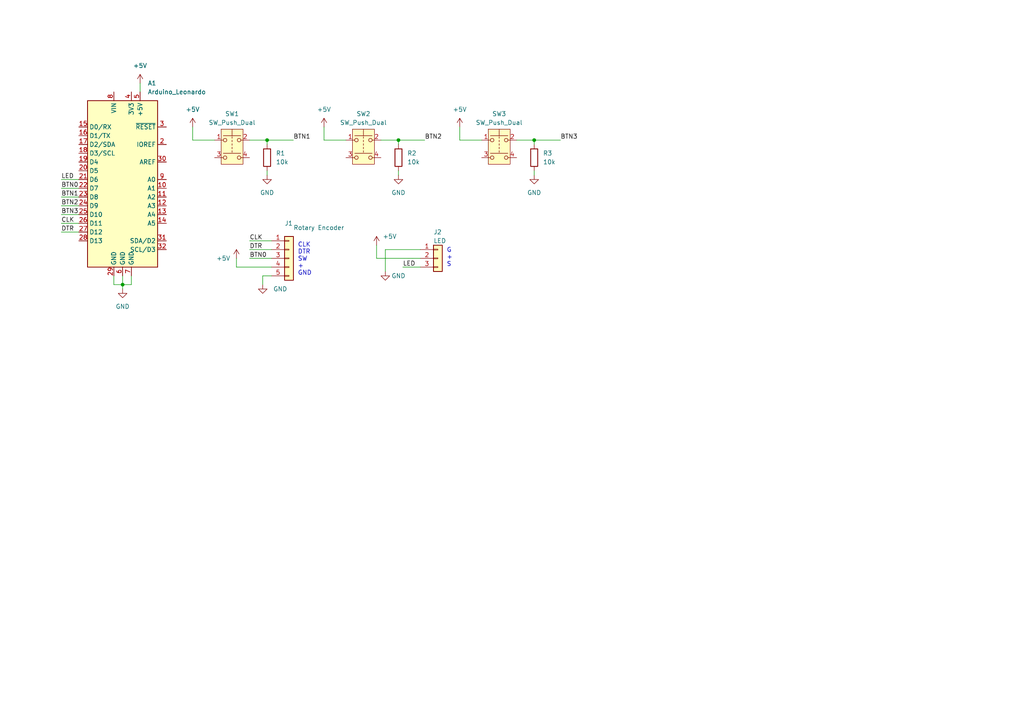
<source format=kicad_sch>
(kicad_sch (version 20230121) (generator eeschema)
  (paper "A4")
  (lib_symbols
    (symbol "Connector_Generic:Conn_01x03" (pin_names (offset 1.016) hide)
      (property "Reference" "J" (at 0 5.08 0))
      (property "Value" "Conn_01x03" (at 0 -5.08 0))
      (symbol "Conn_01x03_1_1"
        (rectangle (start -1.27 -2.413) (end 0 -2.667) (stroke (width 0.1524)))
        (rectangle (start -1.27 0.127) (end 0 -0.127) (stroke (width 0.1524)))
        (rectangle (start -1.27 2.667) (end 0 2.413) (stroke (width 0.1524)))
        (rectangle (start -1.27 3.81) (end 1.27 -3.81) (stroke (width 0.254)) (fill (type background)))
        (pin passive line (at -5.08 2.54 0) (length 3.81) (name "Pin_1") (number "1"))
        (pin passive line (at -5.08 0 0) (length 3.81) (name "Pin_2") (number "2"))
        (pin passive line (at -5.08 -2.54 0) (length 3.81) (name "Pin_3") (number "3"))
      )
    )
    (symbol "Connector_Generic:Conn_01x05" (pin_names (offset 1.016) hide)
      (property "Reference" "J" (at 0 7.62 0))
      (property "Value" "Conn_01x05" (at 0 -7.62 0))
      (symbol "Conn_01x05_1_1"
        (rectangle (start -1.27 -4.953) (end 0 -5.207) (stroke (width 0.1524)))
        (rectangle (start -1.27 -2.413) (end 0 -2.667) (stroke (width 0.1524)))
        (rectangle (start -1.27 0.127) (end 0 -0.127) (stroke (width 0.1524)))
        (rectangle (start -1.27 2.667) (end 0 2.413) (stroke (width 0.1524)))
        (rectangle (start -1.27 5.207) (end 0 4.953) (stroke (width 0.1524)))
        (rectangle (start -1.27 6.35) (end 1.27 -6.35) (stroke (width 0.254)) (fill (type background)))
        (pin passive line (at -5.08 5.08 0) (length 3.81) (name "Pin_1") (number "1"))
        (pin passive line (at -5.08 2.54 0) (length 3.81) (name "Pin_2") (number "2"))
        (pin passive line (at -5.08 0 0) (length 3.81) (name "Pin_3") (number "3"))
        (pin passive line (at -5.08 -2.54 0) (length 3.81) (name "Pin_4") (number "4"))
        (pin passive line (at -5.08 -5.08 0) (length 3.81) (name "Pin_5") (number "5"))
      )
    )
    (symbol "Device:R" (pin_numbers hide) (pin_names (offset 0))
      (property "Reference" "R" (at 2.032 0 90))
      (property "Value" "R" (at 0 0 90))
      (symbol "R_0_1"
        (rectangle (start -1.016 -2.54) (end 1.016 2.54) (stroke (width 0.254)))
      )
      (symbol "R_1_1"
        (pin passive line (at 0 3.81 270) (length 1.27) (name "~") (number "1"))
        (pin passive line (at 0 -3.81 90) (length 1.27) (name "~") (number "2"))
      )
    )
    (symbol "MCU_Module:Arduino_Leonardo"
      (property "Reference" "A" (at -10.16 23.495 0))
      (property "Value" "Arduino_Leonardo" (at 5.08 -26.67 0))
      (symbol "Arduino_Leonardo_0_1"
        (rectangle (start -10.16 22.86) (end 10.16 -25.4) (stroke (width 0.254)) (fill (type background)))
      )
      (symbol "Arduino_Leonardo_1_1"
        (pin no_connect line (at -10.16 -20.32 0) (length 2.54) hide (name "NC") (number "1"))
        (pin bidirectional line (at 12.7 -2.54 180) (length 2.54) (name "A1") (number "10"))
        (pin bidirectional line (at 12.7 -5.08 180) (length 2.54) (name "A2") (number "11"))
        (pin bidirectional line (at 12.7 -7.62 180) (length 2.54) (name "A3") (number "12"))
        (pin bidirectional line (at 12.7 -10.16 180) (length 2.54) (name "A4") (number "13"))
        (pin bidirectional line (at 12.7 -12.7 180) (length 2.54) (name "A5") (number "14"))
        (pin bidirectional line (at -12.7 15.24 0) (length 2.54) (name "D0/RX") (number "15"))
        (pin bidirectional line (at -12.7 12.7 0) (length 2.54) (name "D1/TX") (number "16"))
        (pin bidirectional line (at -12.7 10.16 0) (length 2.54) (name "D2/SDA") (number "17"))
        (pin bidirectional line (at -12.7 7.62 0) (length 2.54) (name "D3/SCL") (number "18"))
        (pin bidirectional line (at -12.7 5.08 0) (length 2.54) (name "D4") (number "19"))
        (pin output line (at 12.7 10.16 180) (length 2.54) (name "IOREF") (number "2"))
        (pin bidirectional line (at -12.7 2.54 0) (length 2.54) (name "D5") (number "20"))
        (pin bidirectional line (at -12.7 0 0) (length 2.54) (name "D6") (number "21"))
        (pin bidirectional line (at -12.7 -2.54 0) (length 2.54) (name "D7") (number "22"))
        (pin bidirectional line (at -12.7 -5.08 0) (length 2.54) (name "D8") (number "23"))
        (pin bidirectional line (at -12.7 -7.62 0) (length 2.54) (name "D9") (number "24"))
        (pin bidirectional line (at -12.7 -10.16 0) (length 2.54) (name "D10") (number "25"))
        (pin bidirectional line (at -12.7 -12.7 0) (length 2.54) (name "D11") (number "26"))
        (pin bidirectional line (at -12.7 -15.24 0) (length 2.54) (name "D12") (number "27"))
        (pin bidirectional line (at -12.7 -17.78 0) (length 2.54) (name "D13") (number "28"))
        (pin power_in line (at -2.54 -27.94 90) (length 2.54) (name "GND") (number "29"))
        (pin input line (at 12.7 15.24 180) (length 2.54) (name "~{RESET}") (number "3"))
        (pin input line (at 12.7 5.08 180) (length 2.54) (name "AREF") (number "30"))
        (pin bidirectional line (at 12.7 -17.78 180) (length 2.54) (name "SDA/D2") (number "31"))
        (pin bidirectional line (at 12.7 -20.32 180) (length 2.54) (name "SCL/D3") (number "32"))
        (pin power_out line (at 2.54 25.4 270) (length 2.54) (name "3V3") (number "4"))
        (pin power_out line (at 5.08 25.4 270) (length 2.54) (name "+5V") (number "5"))
        (pin power_in line (at 0 -27.94 90) (length 2.54) (name "GND") (number "6"))
        (pin power_in line (at 2.54 -27.94 90) (length 2.54) (name "GND") (number "7"))
        (pin power_in line (at -2.54 25.4 270) (length 2.54) (name "VIN") (number "8"))
        (pin bidirectional line (at 12.7 0 180) (length 2.54) (name "A0") (number "9"))
      )
    )
    (symbol "Switch:SW_Push_Dual" (pin_names (offset 1.016) hide)
      (property "Reference" "SW" (at 0 7.62 0))
      (property "Value" "SW_Push_Dual" (at 0 -6.35 0))
      (symbol "SW_Push_Dual_0_1"
        (circle (center -2.032 -2.54) (radius 0.508))
        (circle (center -2.032 2.54) (radius 0.508))
        (polyline (pts (xy 0 -0.508) (xy 0 -1.016)))
        (polyline (pts (xy 0 0.508) (xy 0 0)))
        (polyline (pts (xy 0 1.016) (xy 0 1.524)))
        (polyline (pts (xy 0 2.032) (xy 0 2.54)))
        (polyline (pts (xy 0 3.048) (xy 0 3.556)))
        (polyline (pts (xy 0 3.81) (xy 0 5.588)))
        (polyline (pts (xy 2.54 -1.27) (xy -2.54 -1.27)))
        (polyline (pts (xy 2.54 3.81) (xy -2.54 3.81)))
        (circle (center 2.032 -2.54) (radius 0.508))
        (circle (center 2.032 2.54) (radius 0.508))
        (pin passive line (at -5.08 2.54 0) (length 2.54) (name "1") (number "1"))
        (pin passive line (at 5.08 2.54 180) (length 2.54) (name "2") (number "2"))
        (pin passive line (at -5.08 -2.54 0) (length 2.54) (name "3") (number "3"))
        (pin passive line (at 5.08 -2.54 180) (length 2.54) (name "4") (number "4"))
      )
      (symbol "SW_Push_Dual_1_1"
        (rectangle (start -3.175 5.715) (end 3.175 -4.445) (fill (type background)))
      )
    )
    (symbol "power:+5V" (power) (pin_names (offset 0))
      (property "Value" "+5V" (at 0 3.556 0))
      (symbol "+5V_0_1"
        (polyline (pts (xy -0.762 1.27) (xy 0 2.54)))
        (polyline (pts (xy 0 0) (xy 0 2.54)))
        (polyline (pts (xy 0 2.54) (xy 0.762 1.27)))
      )
      (symbol "+5V_1_1"
        (pin power_in line (at 0 0 90) (length 0) hide (name "+5V") (number "1"))
      )
    )
    (symbol "power:GND" (power) (pin_names (offset 0))
      (property "Value" "GND" (at 0 -3.81 0))
      (symbol "GND_0_1"
        (polyline (pts (xy 0 0) (xy 0 -1.27) (xy 1.27 -1.27) (xy 0 -2.54) (xy -1.27 -1.27) (xy 0 -1.27)))
      )
      (symbol "GND_1_1"
        (pin power_in line (at 0 0 270) (length 0) hide (name "GND") (number "1"))
      )
    )
  )
  (junction (at 77.47 40.64))
  (junction (at 154.94 40.64))
  (junction (at 35.56 82.55))
  (junction (at 115.57 40.64))
  (wire (pts (xy 72.39 69.85) (xy 78.74 69.85)))
  (wire (pts (xy 115.57 49.53) (xy 115.57 50.8)))
  (wire (pts (xy 154.94 49.53) (xy 154.94 50.8)))
  (wire (pts (xy 68.58 74.93) (xy 68.58 77.47)))
  (wire (pts (xy 100.33 40.64) (xy 93.98 40.64)))
  (wire (pts (xy 78.74 77.47) (xy 68.58 77.47)))
  (wire (pts (xy 93.98 36.83) (xy 93.98 40.64)))
  (wire (pts (xy 62.23 40.64) (xy 55.88 40.64)))
  (wire (pts (xy 17.78 57.15) (xy 22.86 57.15)))
  (wire (pts (xy 139.7 40.64) (xy 133.35 40.64)))
  (wire (pts (xy 76.2 80.01) (xy 76.2 82.55)))
  (wire (pts (xy 17.78 64.77) (xy 22.86 64.77)))
  (wire (pts (xy 72.39 40.64) (xy 77.47 40.64)))
  (wire (pts (xy 115.57 40.64) (xy 123.19 40.64)))
  (wire (pts (xy 17.78 67.31) (xy 22.86 67.31)))
  (wire (pts (xy 33.02 82.55) (xy 35.56 82.55)))
  (wire (pts (xy 72.39 74.93) (xy 78.74 74.93)))
  (wire (pts (xy 154.94 40.64) (xy 154.94 41.91)))
  (wire (pts (xy 133.35 36.83) (xy 133.35 40.64)))
  (wire (pts (xy 72.39 72.39) (xy 78.74 72.39)))
  (wire (pts (xy 149.86 40.64) (xy 154.94 40.64)))
  (wire (pts (xy 35.56 82.55) (xy 38.1 82.55)))
  (wire (pts (xy 40.64 24.13) (xy 40.64 26.67)))
  (wire (pts (xy 55.88 36.83) (xy 55.88 40.64)))
  (wire (pts (xy 109.22 74.93) (xy 121.92 74.93)))
  (wire (pts (xy 115.57 40.64) (xy 115.57 41.91)))
  (wire (pts (xy 77.47 40.64) (xy 77.47 41.91)))
  (wire (pts (xy 110.49 40.64) (xy 115.57 40.64)))
  (wire (pts (xy 17.78 62.23) (xy 22.86 62.23)))
  (wire (pts (xy 35.56 80.01) (xy 35.56 82.55)))
  (wire (pts (xy 35.56 82.55) (xy 35.56 83.82)))
  (wire (pts (xy 78.74 80.01) (xy 76.2 80.01)))
  (wire (pts (xy 116.84 77.47) (xy 121.92 77.47)))
  (wire (pts (xy 111.76 72.39) (xy 111.76 78.74)))
  (wire (pts (xy 77.47 40.64) (xy 85.09 40.64)))
  (wire (pts (xy 109.22 71.12) (xy 109.22 74.93)))
  (wire (pts (xy 17.78 52.07) (xy 22.86 52.07)))
  (wire (pts (xy 77.47 49.53) (xy 77.47 50.8)))
  (wire (pts (xy 111.76 72.39) (xy 121.92 72.39)))
  (wire (pts (xy 17.78 59.69) (xy 22.86 59.69)))
  (wire (pts (xy 154.94 40.64) (xy 162.56 40.64)))
  (wire (pts (xy 33.02 80.01) (xy 33.02 82.55)))
  (wire (pts (xy 17.78 54.61) (xy 22.86 54.61)))
  (wire (pts (xy 38.1 82.55) (xy 38.1 80.01)))
  (text "G\n+\nS" (at 129.54 77.47 0) (effects (font (size 1.27 1.27)) (justify left bottom)))
  (text "CLK\nDTR\nSW\n+\nGND" (at 86.36 80.01 0) (effects (font (size 1.27 1.27)) (justify left bottom)))
  (label "DTR" (at 17.78 67.31 0))
  (label "CLK" (at 17.78 64.77 0))
  (label "DTR" (at 72.39 72.39 0))
  (label "BTN1" (at 85.09 40.64 0))
  (label "BTN2" (at 17.78 59.69 0))
  (label "LED" (at 116.84 77.47 0))
  (label "BTN2" (at 123.19 40.64 0))
  (label "BTN0" (at 72.39 74.93 0))
  (label "BTN3" (at 17.78 62.23 0))
  (label "BTN3" (at 162.56 40.64 0))
  (label "BTN1" (at 17.78 57.15 0))
  (label "LED" (at 17.78 52.07 0))
  (label "CLK" (at 72.39 69.85 0))
  (label "BTN0" (at 17.78 54.61 0))
  (symbol (lib_id "power:+5V") (at 40.64 24.13 0) (unit 1)
    (property "Reference" "#PWR012" (effects hide))
    (property "Value" "+5V" (at 40.64 19.05 0))
  )
  (symbol (lib_id "power:+5V") (at 133.35 36.83 0) (unit 1)
    (property "Reference" "#PWR05" (effects hide))
    (property "Value" "+5V" (at 133.35 31.75 0))
  )
  (symbol (lib_id "power:GND") (at 154.94 50.8 0) (unit 1)
    (property "Reference" "#PWR06" (effects hide))
    (property "Value" "GND" (at 154.94 55.88 0))
  )
  (symbol (lib_id "Device:R") (at 154.94 45.72 0) (unit 1)
    (property "Reference" "R3" (at 157.48 44.45 0) (effects (justify left)))
    (property "Value" "10k" (at 157.48 46.99 0) (effects (justify left)))
    (property "Footprint" "Resistor_THT:R_Axial_DIN0204_L3.6mm_D1.6mm_P7.62mm_Horizontal" (effects hide))
  )
  (symbol (lib_id "power:GND") (at 77.47 50.8 0) (unit 1)
    (property "Reference" "#PWR02" (effects hide))
    (property "Value" "GND" (at 77.47 55.88 0))
  )
  (symbol (lib_id "power:+5V") (at 109.22 71.12 0) (unit 1)
    (property "Reference" "#PWR08" (effects hide))
    (property "Value" "+5V" (at 113.03 68.58 0))
  )
  (symbol (lib_id "Connector_Generic:Conn_01x03") (at 127 74.93 0) (unit 1)
    (property "Reference" "J2" (at 125.73 67.31 0) (effects (justify left)))
    (property "Value" "LED" (at 125.73 69.85 0) (effects (justify left)))
    (property "Footprint" "Connector_PinHeader_2.54mm:PinHeader_1x03_P2.54mm_Vertical" (effects hide))
  )
  (symbol (lib_id "power:+5V") (at 55.88 36.83 0) (unit 1)
    (property "Reference" "#PWR01" (effects hide))
    (property "Value" "+5V" (at 55.88 31.75 0))
  )
  (symbol (lib_id "power:+5V") (at 93.98 36.83 0) (unit 1)
    (property "Reference" "#PWR03" (effects hide))
    (property "Value" "+5V" (at 93.98 31.75 0))
  )
  (symbol (lib_id "power:+5V") (at 68.58 74.93 0) (unit 1)
    (property "Reference" "#PWR09" (effects hide))
    (property "Value" "+5V" (at 64.77 74.93 0))
  )
  (symbol (lib_id "Device:R") (at 115.57 45.72 0) (unit 1)
    (property "Reference" "R2" (at 118.11 44.45 0) (effects (justify left)))
    (property "Value" "10k" (at 118.11 46.99 0) (effects (justify left)))
    (property "Footprint" "Resistor_THT:R_Axial_DIN0204_L3.6mm_D1.6mm_P7.62mm_Horizontal" (effects hide))
  )
  (symbol (lib_id "Device:R") (at 77.47 45.72 0) (unit 1)
    (property "Reference" "R1" (at 80.01 44.45 0) (effects (justify left)))
    (property "Value" "10k" (at 80.01 46.99 0) (effects (justify left)))
    (property "Footprint" "Resistor_THT:R_Axial_DIN0204_L3.6mm_D1.6mm_P7.62mm_Horizontal" (effects hide))
  )
  (symbol (lib_id "power:GND") (at 111.76 78.74 0) (unit 1)
    (property "Reference" "#PWR07" (effects hide))
    (property "Value" "GND" (at 115.57 80.01 0))
  )
  (symbol (lib_id "Switch:SW_Push_Dual") (at 105.41 43.18 0) (unit 1)
    (property "Reference" "SW2" (at 105.41 33.02 0))
    (property "Value" "SW_Push_Dual" (at 105.41 35.56 0))
    (property "Footprint" "Button_Switch_THT:SW_PUSH_6mm" (effects hide))
  )
  (symbol (lib_id "Connector_Generic:Conn_01x05") (at 83.82 74.93 0) (unit 1)
    (property "Reference" "J1" (at 82.55 64.77 0) (effects (justify left)))
    (property "Value" "Rotary Encoder" (at 85.09 66.04 0) (effects (justify left)))
    (property "Footprint" "Connector_PinHeader_2.54mm:PinHeader_1x05_P2.54mm_Vertical" (effects hide))
  )
  (symbol (lib_id "Switch:SW_Push_Dual") (at 144.78 43.18 0) (unit 1)
    (property "Reference" "SW3" (at 144.78 33.02 0))
    (property "Value" "SW_Push_Dual" (at 144.78 35.56 0))
    (property "Footprint" "Button_Switch_THT:SW_PUSH_6mm" (effects hide))
  )
  (symbol (lib_id "power:GND") (at 76.2 82.55 0) (unit 1)
    (property "Reference" "#PWR010" (effects hide))
    (property "Value" "GND" (at 81.28 83.82 0))
  )
  (symbol (lib_id "power:GND") (at 35.56 83.82 0) (unit 1)
    (property "Reference" "#PWR011" (effects hide))
    (property "Value" "GND" (at 35.56 88.9 0))
  )
  (symbol (lib_id "MCU_Module:Arduino_Leonardo") (at 35.56 52.07 0) (unit 1)
    (property "Reference" "A1" (at 42.8341 24.13 0) (effects (justify left)))
    (property "Value" "Arduino_Leonardo" (at 42.8341 26.67 0) (effects (justify left)))
    (property "Footprint" "Module:Arduino_UNO_R3" (effects hide))
    (property "Datasheet" "https://www.arduino.cc/en/Main/ArduinoBoardLeonardo" (effects hide))
  )
  (symbol (lib_id "power:GND") (at 115.57 50.8 0) (unit 1)
    (property "Reference" "#PWR04" (effects hide))
    (property "Value" "GND" (at 115.57 55.88 0))
  )
  (symbol (lib_id "Switch:SW_Push_Dual") (at 67.31 43.18 0) (unit 1)
    (property "Reference" "SW1" (at 67.31 33.02 0))
    (property "Value" "SW_Push_Dual" (at 67.31 35.56 0))
    (property "Footprint" "Button_Switch_THT:SW_PUSH_6mm" (effects hide))
  )
)
</source>
